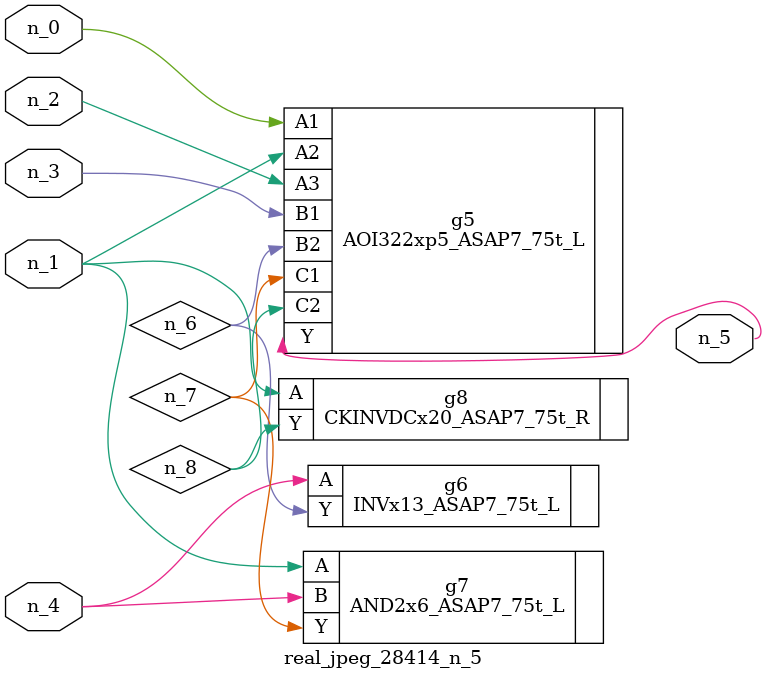
<source format=v>
module real_jpeg_28414_n_5 (n_4, n_0, n_1, n_2, n_3, n_5);

input n_4;
input n_0;
input n_1;
input n_2;
input n_3;

output n_5;

wire n_8;
wire n_6;
wire n_7;

AOI322xp5_ASAP7_75t_L g5 ( 
.A1(n_0),
.A2(n_1),
.A3(n_2),
.B1(n_3),
.B2(n_6),
.C1(n_7),
.C2(n_8),
.Y(n_5)
);

AND2x6_ASAP7_75t_L g7 ( 
.A(n_1),
.B(n_4),
.Y(n_7)
);

CKINVDCx20_ASAP7_75t_R g8 ( 
.A(n_1),
.Y(n_8)
);

INVx13_ASAP7_75t_L g6 ( 
.A(n_4),
.Y(n_6)
);


endmodule
</source>
